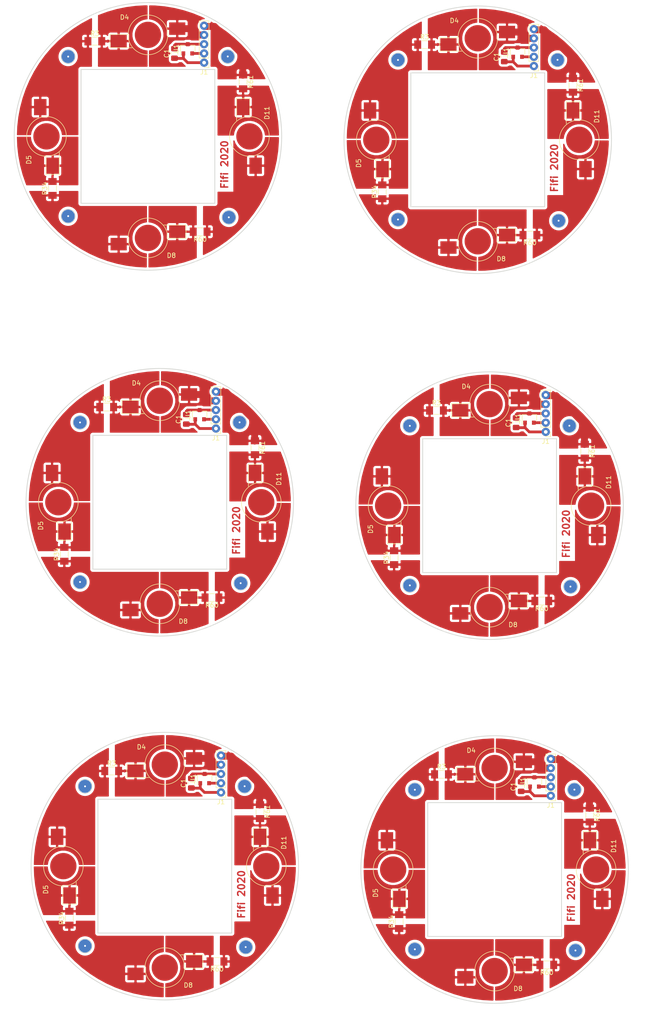
<source format=kicad_pcb>
(kicad_pcb (version 20171130) (host pcbnew "(5.1.8)-1")
  (layers (0 F.Cu signal) (31 B.Cu signal) (34 B.Paste user) (35 F.Paste user) (36 B.SilkS user) (37 F.SilkS user) (38 B.Mask user) (39 F.Mask user) (44 Edge.Cuts user))
  (net 0 "")
  (net 1 "Net-(C1-Pad1)")
  (net 2 "Net-(D4-Pad1)")
  (net 3 "Net-(D4-Pad2)")
  (net 4 "Net-(D5-Pad1)")
  (net 5 "Net-(D5-Pad2)")
  (net 6 "Net-(D8-Pad1)")
  (net 7 "Net-(D8-Pad2)")
  (net 8 "Net-(D11-Pad1)")
  (net 9 "Net-(D11-Pad2)")
  (net 10 "Net-(J1-Pad5)")
  (net 11 "Net-(J1-Pad2)")
  (net 12 "Net-(C1-Pad2)")
  (module LED_SMD:LED_1W_3W_R8 (layer F.Cu) (at 147.16 208.8825 270)
    (fp_text reference D11 (at -5.08 -3.81 90) (layer F.SilkS))
    (fp_text value LED)
    (pad 3 smd circle (at 0 0 270) (size 5.7 5.7) (layers F.Cu F.Paste F.Mask))
    (pad 1 smd rect (at -6.35 1.35 270) (size 3.5 2.7) (layers F.Cu F.Paste F.Mask))
    (pad 2 smd rect (at 6.35 -1.35 270) (size 3.5 2.7) (layers F.Cu F.Paste F.Mask))
  )
  (module Resistor_SMD:R_MiniMELF_MMA-0204 (layer F.Cu) (at 145.7925 197.0725 270)
    (fp_text reference R61 (at 0 -1.65 90) (layer F.SilkS))
    (fp_text value R)
    (pad 2 smd rect (at 1.5 0 270) (size 1.5 1.8) (layers F.Cu F.Paste F.Mask))
    (pad 1 smd rect (at -1.5 0 270) (size 1.5 1.8) (layers F.Cu F.Paste F.Mask))
  )
  (module Zasilacz_brama:PinHeader_1x05_P2.00mm_Vertical (layer F.Cu) (at 137.335 192.905 180)
    (fp_text reference J1 (at 0 -2.06) (layer F.SilkS))
    (fp_text value POWER_LED)
    (pad 5 thru_hole circle (at 0 8 180) (size 1.8 1.8) (drill 0.8) (layers *.Cu *.Mask))
    (pad 4 thru_hole circle (at 0 6 180) (size 1.8 1.8) (drill 0.8) (layers *.Cu *.Mask))
    (pad 3 thru_hole circle (at 0 4 180) (size 1.8 1.8) (drill 0.8) (layers *.Cu *.Mask))
    (pad 2 thru_hole circle (at 0 2 180) (size 1.8 1.8) (drill 0.8) (layers *.Cu *.Mask))
    (pad 1 thru_hole circle (at 0 0 180) (size 1.8 1.8) (drill 0.8) (layers *.Cu *.Mask))
  )
  (module Resistor_SMD:R_MiniMELF_MMA-0204 (layer F.Cu) (at 113.645 188.2575)
    (fp_text reference R3 (at 0 -1.65) (layer F.SilkS))
    (fp_text value R)
    (pad 2 smd rect (at 1.5 0) (size 1.5 1.8) (layers F.Cu F.Paste F.Mask))
    (pad 1 smd rect (at -1.5 0) (size 1.5 1.8) (layers F.Cu F.Paste F.Mask))
  )
  (module Resistor_SMD:R_MiniMELF_MMA-0204 (layer F.Cu) (at 104.4625 220.16 90)
    (fp_text reference R34 (at 0 -1.65 90) (layer F.SilkS))
    (fp_text value R)
    (pad 2 smd rect (at 1.5 0 90) (size 1.5 1.8) (layers F.Cu F.Paste F.Mask))
    (pad 1 smd rect (at -1.5 0 90) (size 1.5 1.8) (layers F.Cu F.Paste F.Mask))
  )
  (module LED_SMD:LED_1W_3W_R8 (layer F.Cu) (at 103.16 208.8825 90)
    (fp_text reference D5 (at -5.08 -3.81 90) (layer F.SilkS))
    (fp_text value LED)
    (pad 3 smd circle (at 0 0 90) (size 5.7 5.7) (layers F.Cu F.Paste F.Mask))
    (pad 1 smd rect (at -6.35 1.35 90) (size 3.5 2.7) (layers F.Cu F.Paste F.Mask))
    (pad 2 smd rect (at 6.35 -1.35 90) (size 3.5 2.7) (layers F.Cu F.Paste F.Mask))
  )
  (module Package_TO_SOT_SMD:SOT-23 (layer F.Cu) (at 133.795 189.9025 90)
    (fp_text reference U1 (at 0 -2.5 90) (layer F.SilkS))
    (fp_text value LM35-LP)
    (pad 3 smd rect (at 1 0 90) (size 0.9 0.8) (layers F.Cu F.Paste F.Mask))
    (pad 2 smd rect (at -1 0.95 90) (size 0.9 0.8) (layers F.Cu F.Paste F.Mask))
    (pad 1 smd rect (at -1 -0.95 90) (size 0.9 0.8) (layers F.Cu F.Paste F.Mask))
  )
  (module Resistor_SMD:R_MiniMELF_MMA-0204 (layer F.Cu) (at 136.4725 229.545 180)
    (fp_text reference R60 (at 0 -1.65) (layer F.SilkS))
    (fp_text value R)
    (pad 2 smd rect (at 1.5 0 180) (size 1.5 1.8) (layers F.Cu F.Paste F.Mask))
    (pad 1 smd rect (at -1.5 0 180) (size 1.5 1.8) (layers F.Cu F.Paste F.Mask))
  )
  (module LED_SMD:LED_1W_3W_R8 (layer F.Cu) (at 125.16 230.8825 180)
    (fp_text reference D8 (at -5.08 -3.81) (layer F.SilkS))
    (fp_text value LED)
    (pad 3 smd circle (at 0 0 180) (size 5.7 5.7) (layers F.Cu F.Paste F.Mask))
    (pad 1 smd rect (at -6.35 1.35 180) (size 3.5 2.7) (layers F.Cu F.Paste F.Mask))
    (pad 2 smd rect (at 6.35 -1.35 180) (size 3.5 2.7) (layers F.Cu F.Paste F.Mask))
  )
  (module LED_SMD:LED_1W_3W_R8 (layer F.Cu) (at 125.16 186.8825)
    (fp_text reference D4 (at -5.08 -3.81) (layer F.SilkS))
    (fp_text value LED)
    (pad 3 smd circle (at 0 0) (size 5.7 5.7) (layers F.Cu F.Paste F.Mask))
    (pad 1 smd rect (at -6.35 1.35) (size 3.5 2.7) (layers F.Cu F.Paste F.Mask))
    (pad 2 smd rect (at 6.35 -1.35) (size 3.5 2.7) (layers F.Cu F.Paste F.Mask))
  )
  (module Capacitor_SMD:C_0805_2012Metric_Pad1.18x1.45mm_HandSolder (layer F.Cu) (at 130.91 190.905 90)
    (fp_text reference C1 (at 0 -1.68 90) (layer F.SilkS))
    (fp_text value 100n)
    (pad 2 smd roundrect (at 1.0375 0 90) (size 1.175 1.45) (layers F.Cu F.Paste F.Mask) (roundrect_rratio 0.212766))
    (pad 1 smd roundrect (at -1.0375 0 90) (size 1.175 1.45) (layers F.Cu F.Paste F.Mask) (roundrect_rratio 0.212766))
  )
  (module Zasilacz_brama:PinHeader_1x05_P2.00mm_Vertical (layer F.Cu) (at 65.8325 192.17 180)
    (fp_text reference J1 (at 0 -2.06) (layer F.SilkS))
    (fp_text value POWER_LED)
    (pad 1 thru_hole circle (at 0 0 180) (size 1.8 1.8) (drill 0.8) (layers *.Cu *.Mask))
    (pad 2 thru_hole circle (at 0 2 180) (size 1.8 1.8) (drill 0.8) (layers *.Cu *.Mask))
    (pad 3 thru_hole circle (at 0 4 180) (size 1.8 1.8) (drill 0.8) (layers *.Cu *.Mask))
    (pad 4 thru_hole circle (at 0 6 180) (size 1.8 1.8) (drill 0.8) (layers *.Cu *.Mask))
    (pad 5 thru_hole circle (at 0 8 180) (size 1.8 1.8) (drill 0.8) (layers *.Cu *.Mask))
  )
  (module Package_TO_SOT_SMD:SOT-23 (layer F.Cu) (at 62.2925 189.1675 90)
    (fp_text reference U1 (at 0 -2.5 90) (layer F.SilkS))
    (fp_text value LM35-LP)
    (pad 1 smd rect (at -1 -0.95 90) (size 0.9 0.8) (layers F.Cu F.Paste F.Mask))
    (pad 2 smd rect (at -1 0.95 90) (size 0.9 0.8) (layers F.Cu F.Paste F.Mask))
    (pad 3 smd rect (at 1 0 90) (size 0.9 0.8) (layers F.Cu F.Paste F.Mask))
  )
  (module Resistor_SMD:R_MiniMELF_MMA-0204 (layer F.Cu) (at 74.29 196.3375 270)
    (fp_text reference R61 (at 0 -1.65 90) (layer F.SilkS))
    (fp_text value R)
    (pad 1 smd rect (at -1.5 0 270) (size 1.5 1.8) (layers F.Cu F.Paste F.Mask))
    (pad 2 smd rect (at 1.5 0 270) (size 1.5 1.8) (layers F.Cu F.Paste F.Mask))
  )
  (module Resistor_SMD:R_MiniMELF_MMA-0204 (layer F.Cu) (at 42.1425 187.5225)
    (fp_text reference R3 (at 0 -1.65) (layer F.SilkS))
    (fp_text value R)
    (pad 1 smd rect (at -1.5 0) (size 1.5 1.8) (layers F.Cu F.Paste F.Mask))
    (pad 2 smd rect (at 1.5 0) (size 1.5 1.8) (layers F.Cu F.Paste F.Mask))
  )
  (module Resistor_SMD:R_MiniMELF_MMA-0204 (layer F.Cu) (at 64.97 228.81 180)
    (fp_text reference R60 (at 0 -1.65) (layer F.SilkS))
    (fp_text value R)
    (pad 1 smd rect (at -1.5 0 180) (size 1.5 1.8) (layers F.Cu F.Paste F.Mask))
    (pad 2 smd rect (at 1.5 0 180) (size 1.5 1.8) (layers F.Cu F.Paste F.Mask))
  )
  (module LED_SMD:LED_1W_3W_R8 (layer F.Cu) (at 75.6575 208.1475 270)
    (fp_text reference D11 (at -5.08 -3.81 90) (layer F.SilkS))
    (fp_text value LED)
    (pad 2 smd rect (at 6.35 -1.35 270) (size 3.5 2.7) (layers F.Cu F.Paste F.Mask))
    (pad 1 smd rect (at -6.35 1.35 270) (size 3.5 2.7) (layers F.Cu F.Paste F.Mask))
    (pad 3 smd circle (at 0 0 270) (size 5.7 5.7) (layers F.Cu F.Paste F.Mask))
  )
  (module Resistor_SMD:R_MiniMELF_MMA-0204 (layer F.Cu) (at 32.96 219.425 90)
    (fp_text reference R34 (at 0 -1.65 90) (layer F.SilkS))
    (fp_text value R)
    (pad 1 smd rect (at -1.5 0 90) (size 1.5 1.8) (layers F.Cu F.Paste F.Mask))
    (pad 2 smd rect (at 1.5 0 90) (size 1.5 1.8) (layers F.Cu F.Paste F.Mask))
  )
  (module Capacitor_SMD:C_0805_2012Metric_Pad1.18x1.45mm_HandSolder (layer F.Cu) (at 59.4075 190.17 90)
    (fp_text reference C1 (at 0 -1.68 90) (layer F.SilkS))
    (fp_text value 100n)
    (pad 1 smd roundrect (at -1.0375 0 90) (size 1.175 1.45) (layers F.Cu F.Paste F.Mask) (roundrect_rratio 0.212766))
    (pad 2 smd roundrect (at 1.0375 0 90) (size 1.175 1.45) (layers F.Cu F.Paste F.Mask) (roundrect_rratio 0.212766))
  )
  (module LED_SMD:LED_1W_3W_R8 (layer F.Cu) (at 31.6575 208.1475 90)
    (fp_text reference D5 (at -5.08 -3.81 90) (layer F.SilkS))
    (fp_text value LED)
    (pad 2 smd rect (at 6.35 -1.35 90) (size 3.5 2.7) (layers F.Cu F.Paste F.Mask))
    (pad 1 smd rect (at -6.35 1.35 90) (size 3.5 2.7) (layers F.Cu F.Paste F.Mask))
    (pad 3 smd circle (at 0 0 90) (size 5.7 5.7) (layers F.Cu F.Paste F.Mask))
  )
  (module LED_SMD:LED_1W_3W_R8 (layer F.Cu) (at 53.6575 186.1475)
    (fp_text reference D4 (at -5.08 -3.81) (layer F.SilkS))
    (fp_text value LED)
    (pad 2 smd rect (at 6.35 -1.35) (size 3.5 2.7) (layers F.Cu F.Paste F.Mask))
    (pad 1 smd rect (at -6.35 1.35) (size 3.5 2.7) (layers F.Cu F.Paste F.Mask))
    (pad 3 smd circle (at 0 0) (size 5.7 5.7) (layers F.Cu F.Paste F.Mask))
  )
  (module LED_SMD:LED_1W_3W_R8 (layer F.Cu) (at 53.6575 230.1475 180)
    (fp_text reference D8 (at -5.08 -3.81) (layer F.SilkS))
    (fp_text value LED)
    (pad 2 smd rect (at 6.35 -1.35 180) (size 3.5 2.7) (layers F.Cu F.Paste F.Mask))
    (pad 1 smd rect (at -6.35 1.35 180) (size 3.5 2.7) (layers F.Cu F.Paste F.Mask))
    (pad 3 smd circle (at 0 0 180) (size 5.7 5.7) (layers F.Cu F.Paste F.Mask))
  )
  (module LED_SMD:LED_1W_3W_R8 (layer F.Cu) (at 146.07 130.0225 270)
    (fp_text reference D11 (at -5.08 -3.81 90) (layer F.SilkS))
    (fp_text value LED)
    (pad 3 smd circle (at 0 0 270) (size 5.7 5.7) (layers F.Cu F.Paste F.Mask))
    (pad 1 smd rect (at -6.35 1.35 270) (size 3.5 2.7) (layers F.Cu F.Paste F.Mask))
    (pad 2 smd rect (at 6.35 -1.35 270) (size 3.5 2.7) (layers F.Cu F.Paste F.Mask))
  )
  (module Resistor_SMD:R_MiniMELF_MMA-0204 (layer F.Cu) (at 144.7025 118.2125 270)
    (fp_text reference R61 (at 0 -1.65 90) (layer F.SilkS))
    (fp_text value R)
    (pad 2 smd rect (at 1.5 0 270) (size 1.5 1.8) (layers F.Cu F.Paste F.Mask))
    (pad 1 smd rect (at -1.5 0 270) (size 1.5 1.8) (layers F.Cu F.Paste F.Mask))
  )
  (module Zasilacz_brama:PinHeader_1x05_P2.00mm_Vertical (layer F.Cu) (at 136.245 114.045 180)
    (fp_text reference J1 (at 0 -2.06) (layer F.SilkS))
    (fp_text value POWER_LED)
    (pad 5 thru_hole circle (at 0 8 180) (size 1.8 1.8) (drill 0.8) (layers *.Cu *.Mask))
    (pad 4 thru_hole circle (at 0 6 180) (size 1.8 1.8) (drill 0.8) (layers *.Cu *.Mask))
    (pad 3 thru_hole circle (at 0 4 180) (size 1.8 1.8) (drill 0.8) (layers *.Cu *.Mask))
    (pad 2 thru_hole circle (at 0 2 180) (size 1.8 1.8) (drill 0.8) (layers *.Cu *.Mask))
    (pad 1 thru_hole circle (at 0 0 180) (size 1.8 1.8) (drill 0.8) (layers *.Cu *.Mask))
  )
  (module Resistor_SMD:R_MiniMELF_MMA-0204 (layer F.Cu) (at 112.555 109.3975)
    (fp_text reference R3 (at 0 -1.65) (layer F.SilkS))
    (fp_text value R)
    (pad 2 smd rect (at 1.5 0) (size 1.5 1.8) (layers F.Cu F.Paste F.Mask))
    (pad 1 smd rect (at -1.5 0) (size 1.5 1.8) (layers F.Cu F.Paste F.Mask))
  )
  (module Resistor_SMD:R_MiniMELF_MMA-0204 (layer F.Cu) (at 103.3725 141.3 90)
    (fp_text reference R34 (at 0 -1.65 90) (layer F.SilkS))
    (fp_text value R)
    (pad 2 smd rect (at 1.5 0 90) (size 1.5 1.8) (layers F.Cu F.Paste F.Mask))
    (pad 1 smd rect (at -1.5 0 90) (size 1.5 1.8) (layers F.Cu F.Paste F.Mask))
  )
  (module LED_SMD:LED_1W_3W_R8 (layer F.Cu) (at 102.07 130.0225 90)
    (fp_text reference D5 (at -5.08 -3.81 90) (layer F.SilkS))
    (fp_text value LED)
    (pad 3 smd circle (at 0 0 90) (size 5.7 5.7) (layers F.Cu F.Paste F.Mask))
    (pad 1 smd rect (at -6.35 1.35 90) (size 3.5 2.7) (layers F.Cu F.Paste F.Mask))
    (pad 2 smd rect (at 6.35 -1.35 90) (size 3.5 2.7) (layers F.Cu F.Paste F.Mask))
  )
  (module Package_TO_SOT_SMD:SOT-23 (layer F.Cu) (at 132.705 111.0425 90)
    (fp_text reference U1 (at 0 -2.5 90) (layer F.SilkS))
    (fp_text value LM35-LP)
    (pad 3 smd rect (at 1 0 90) (size 0.9 0.8) (layers F.Cu F.Paste F.Mask))
    (pad 2 smd rect (at -1 0.95 90) (size 0.9 0.8) (layers F.Cu F.Paste F.Mask))
    (pad 1 smd rect (at -1 -0.95 90) (size 0.9 0.8) (layers F.Cu F.Paste F.Mask))
  )
  (module Resistor_SMD:R_MiniMELF_MMA-0204 (layer F.Cu) (at 135.3825 150.685 180)
    (fp_text reference R60 (at 0 -1.65) (layer F.SilkS))
    (fp_text value R)
    (pad 2 smd rect (at 1.5 0 180) (size 1.5 1.8) (layers F.Cu F.Paste F.Mask))
    (pad 1 smd rect (at -1.5 0 180) (size 1.5 1.8) (layers F.Cu F.Paste F.Mask))
  )
  (module LED_SMD:LED_1W_3W_R8 (layer F.Cu) (at 124.07 152.0225 180)
    (fp_text reference D8 (at -5.08 -3.81) (layer F.SilkS))
    (fp_text value LED)
    (pad 3 smd circle (at 0 0 180) (size 5.7 5.7) (layers F.Cu F.Paste F.Mask))
    (pad 1 smd rect (at -6.35 1.35 180) (size 3.5 2.7) (layers F.Cu F.Paste F.Mask))
    (pad 2 smd rect (at 6.35 -1.35 180) (size 3.5 2.7) (layers F.Cu F.Paste F.Mask))
  )
  (module LED_SMD:LED_1W_3W_R8 (layer F.Cu) (at 124.07 108.0225)
    (fp_text reference D4 (at -5.08 -3.81) (layer F.SilkS))
    (fp_text value LED)
    (pad 3 smd circle (at 0 0) (size 5.7 5.7) (layers F.Cu F.Paste F.Mask))
    (pad 1 smd rect (at -6.35 1.35) (size 3.5 2.7) (layers F.Cu F.Paste F.Mask))
    (pad 2 smd rect (at 6.35 -1.35) (size 3.5 2.7) (layers F.Cu F.Paste F.Mask))
  )
  (module Capacitor_SMD:C_0805_2012Metric_Pad1.18x1.45mm_HandSolder (layer F.Cu) (at 129.82 112.045 90)
    (fp_text reference C1 (at 0 -1.68 90) (layer F.SilkS))
    (fp_text value 100n)
    (pad 2 smd roundrect (at 1.0375 0 90) (size 1.175 1.45) (layers F.Cu F.Paste F.Mask) (roundrect_rratio 0.212766))
    (pad 1 smd roundrect (at -1.0375 0 90) (size 1.175 1.45) (layers F.Cu F.Paste F.Mask) (roundrect_rratio 0.212766))
  )
  (module Zasilacz_brama:PinHeader_1x05_P2.00mm_Vertical (layer F.Cu) (at 64.7425 113.31 180)
    (fp_text reference J1 (at 0 -2.06) (layer F.SilkS))
    (fp_text value POWER_LED)
    (pad 1 thru_hole circle (at 0 0 180) (size 1.8 1.8) (drill 0.8) (layers *.Cu *.Mask))
    (pad 2 thru_hole circle (at 0 2 180) (size 1.8 1.8) (drill 0.8) (layers *.Cu *.Mask))
    (pad 3 thru_hole circle (at 0 4 180) (size 1.8 1.8) (drill 0.8) (layers *.Cu *.Mask))
    (pad 4 thru_hole circle (at 0 6 180) (size 1.8 1.8) (drill 0.8) (layers *.Cu *.Mask))
    (pad 5 thru_hole circle (at 0 8 180) (size 1.8 1.8) (drill 0.8) (layers *.Cu *.Mask))
  )
  (module Package_TO_SOT_SMD:SOT-23 (layer F.Cu) (at 61.2025 110.3075 90)
    (fp_text reference U1 (at 0 -2.5 90) (layer F.SilkS))
    (fp_text value LM35-LP)
    (pad 1 smd rect (at -1 -0.95 90) (size 0.9 0.8) (layers F.Cu F.Paste F.Mask))
    (pad 2 smd rect (at -1 0.95 90) (size 0.9 0.8) (layers F.Cu F.Paste F.Mask))
    (pad 3 smd rect (at 1 0 90) (size 0.9 0.8) (layers F.Cu F.Paste F.Mask))
  )
  (module Resistor_SMD:R_MiniMELF_MMA-0204 (layer F.Cu) (at 73.2 117.4775 270)
    (fp_text reference R61 (at 0 -1.65 90) (layer F.SilkS))
    (fp_text value R)
    (pad 1 smd rect (at -1.5 0 270) (size 1.5 1.8) (layers F.Cu F.Paste F.Mask))
    (pad 2 smd rect (at 1.5 0 270) (size 1.5 1.8) (layers F.Cu F.Paste F.Mask))
  )
  (module Resistor_SMD:R_MiniMELF_MMA-0204 (layer F.Cu) (at 41.0525 108.6625)
    (fp_text reference R3 (at 0 -1.65) (layer F.SilkS))
    (fp_text value R)
    (pad 1 smd rect (at -1.5 0) (size 1.5 1.8) (layers F.Cu F.Paste F.Mask))
    (pad 2 smd rect (at 1.5 0) (size 1.5 1.8) (layers F.Cu F.Paste F.Mask))
  )
  (module Resistor_SMD:R_MiniMELF_MMA-0204 (layer F.Cu) (at 63.88 149.95 180)
    (fp_text reference R60 (at 0 -1.65) (layer F.SilkS))
    (fp_text value R)
    (pad 1 smd rect (at -1.5 0 180) (size 1.5 1.8) (layers F.Cu F.Paste F.Mask))
    (pad 2 smd rect (at 1.5 0 180) (size 1.5 1.8) (layers F.Cu F.Paste F.Mask))
  )
  (module LED_SMD:LED_1W_3W_R8 (layer F.Cu) (at 74.5675 129.2875 270)
    (fp_text reference D11 (at -5.08 -3.81 90) (layer F.SilkS))
    (fp_text value LED)
    (pad 2 smd rect (at 6.35 -1.35 270) (size 3.5 2.7) (layers F.Cu F.Paste F.Mask))
    (pad 1 smd rect (at -6.35 1.35 270) (size 3.5 2.7) (layers F.Cu F.Paste F.Mask))
    (pad 3 smd circle (at 0 0 270) (size 5.7 5.7) (layers F.Cu F.Paste F.Mask))
  )
  (module Resistor_SMD:R_MiniMELF_MMA-0204 (layer F.Cu) (at 31.87 140.565 90)
    (fp_text reference R34 (at 0 -1.65 90) (layer F.SilkS))
    (fp_text value R)
    (pad 1 smd rect (at -1.5 0 90) (size 1.5 1.8) (layers F.Cu F.Paste F.Mask))
    (pad 2 smd rect (at 1.5 0 90) (size 1.5 1.8) (layers F.Cu F.Paste F.Mask))
  )
  (module Capacitor_SMD:C_0805_2012Metric_Pad1.18x1.45mm_HandSolder (layer F.Cu) (at 58.3175 111.31 90)
    (fp_text reference C1 (at 0 -1.68 90) (layer F.SilkS))
    (fp_text value 100n)
    (pad 1 smd roundrect (at -1.0375 0 90) (size 1.175 1.45) (layers F.Cu F.Paste F.Mask) (roundrect_rratio 0.212766))
    (pad 2 smd roundrect (at 1.0375 0 90) (size 1.175 1.45) (layers F.Cu F.Paste F.Mask) (roundrect_rratio 0.212766))
  )
  (module LED_SMD:LED_1W_3W_R8 (layer F.Cu) (at 30.5675 129.2875 90)
    (fp_text reference D5 (at -5.08 -3.81 90) (layer F.SilkS))
    (fp_text value LED)
    (pad 2 smd rect (at 6.35 -1.35 90) (size 3.5 2.7) (layers F.Cu F.Paste F.Mask))
    (pad 1 smd rect (at -6.35 1.35 90) (size 3.5 2.7) (layers F.Cu F.Paste F.Mask))
    (pad 3 smd circle (at 0 0 90) (size 5.7 5.7) (layers F.Cu F.Paste F.Mask))
  )
  (module LED_SMD:LED_1W_3W_R8 (layer F.Cu) (at 52.5675 107.2875)
    (fp_text reference D4 (at -5.08 -3.81) (layer F.SilkS))
    (fp_text value LED)
    (pad 2 smd rect (at 6.35 -1.35) (size 3.5 2.7) (layers F.Cu F.Paste F.Mask))
    (pad 1 smd rect (at -6.35 1.35) (size 3.5 2.7) (layers F.Cu F.Paste F.Mask))
    (pad 3 smd circle (at 0 0) (size 5.7 5.7) (layers F.Cu F.Paste F.Mask))
  )
  (module LED_SMD:LED_1W_3W_R8 (layer F.Cu) (at 52.5675 151.2875 180)
    (fp_text reference D8 (at -5.08 -3.81) (layer F.SilkS))
    (fp_text value LED)
    (pad 2 smd rect (at 6.35 -1.35 180) (size 3.5 2.7) (layers F.Cu F.Paste F.Mask))
    (pad 1 smd rect (at -6.35 1.35 180) (size 3.5 2.7) (layers F.Cu F.Paste F.Mask))
    (pad 3 smd circle (at 0 0 180) (size 5.7 5.7) (layers F.Cu F.Paste F.Mask))
  )
  (module Zasilacz_brama:PinHeader_1x05_P2.00mm_Vertical (layer F.Cu) (at 133.6775 34.7575 180)
    (fp_text reference J1 (at 0 -2.06) (layer F.SilkS))
    (fp_text value POWER_LED)
    (pad 1 thru_hole circle (at 0 0 180) (size 1.8 1.8) (drill 0.8) (layers *.Cu *.Mask))
    (pad 2 thru_hole circle (at 0 2 180) (size 1.8 1.8) (drill 0.8) (layers *.Cu *.Mask))
    (pad 3 thru_hole circle (at 0 4 180) (size 1.8 1.8) (drill 0.8) (layers *.Cu *.Mask))
    (pad 4 thru_hole circle (at 0 6 180) (size 1.8 1.8) (drill 0.8) (layers *.Cu *.Mask))
    (pad 5 thru_hole circle (at 0 8 180) (size 1.8 1.8) (drill 0.8) (layers *.Cu *.Mask))
  )
  (module Package_TO_SOT_SMD:SOT-23 (layer F.Cu) (at 130.1375 31.755 90)
    (fp_text reference U1 (at 0 -2.5 90) (layer F.SilkS))
    (fp_text value LM35-LP)
    (pad 1 smd rect (at -1 -0.95 90) (size 0.9 0.8) (layers F.Cu F.Paste F.Mask))
    (pad 2 smd rect (at -1 0.95 90) (size 0.9 0.8) (layers F.Cu F.Paste F.Mask))
    (pad 3 smd rect (at 1 0 90) (size 0.9 0.8) (layers F.Cu F.Paste F.Mask))
  )
  (module Resistor_SMD:R_MiniMELF_MMA-0204 (layer F.Cu) (at 142.135 38.925 270)
    (fp_text reference R61 (at 0 -1.65 90) (layer F.SilkS))
    (fp_text value R)
    (pad 1 smd rect (at -1.5 0 270) (size 1.5 1.8) (layers F.Cu F.Paste F.Mask))
    (pad 2 smd rect (at 1.5 0 270) (size 1.5 1.8) (layers F.Cu F.Paste F.Mask))
  )
  (module Resistor_SMD:R_MiniMELF_MMA-0204 (layer F.Cu) (at 109.9875 30.11)
    (fp_text reference R3 (at 0 -1.65) (layer F.SilkS))
    (fp_text value R)
    (pad 1 smd rect (at -1.5 0) (size 1.5 1.8) (layers F.Cu F.Paste F.Mask))
    (pad 2 smd rect (at 1.5 0) (size 1.5 1.8) (layers F.Cu F.Paste F.Mask))
  )
  (module Resistor_SMD:R_MiniMELF_MMA-0204 (layer F.Cu) (at 132.815 71.3975 180)
    (fp_text reference R60 (at 0 -1.65) (layer F.SilkS))
    (fp_text value R)
    (pad 1 smd rect (at -1.5 0 180) (size 1.5 1.8) (layers F.Cu F.Paste F.Mask))
    (pad 2 smd rect (at 1.5 0 180) (size 1.5 1.8) (layers F.Cu F.Paste F.Mask))
  )
  (module LED_SMD:LED_1W_3W_R8 (layer F.Cu) (at 143.5025 50.735 270)
    (fp_text reference D11 (at -5.08 -3.81 90) (layer F.SilkS))
    (fp_text value LED)
    (pad 2 smd rect (at 6.35 -1.35 270) (size 3.5 2.7) (layers F.Cu F.Paste F.Mask))
    (pad 1 smd rect (at -6.35 1.35 270) (size 3.5 2.7) (layers F.Cu F.Paste F.Mask))
    (pad 3 smd circle (at 0 0 270) (size 5.7 5.7) (layers F.Cu F.Paste F.Mask))
  )
  (module Resistor_SMD:R_MiniMELF_MMA-0204 (layer F.Cu) (at 100.805 62.0125 90)
    (fp_text reference R34 (at 0 -1.65 90) (layer F.SilkS))
    (fp_text value R)
    (pad 1 smd rect (at -1.5 0 90) (size 1.5 1.8) (layers F.Cu F.Paste F.Mask))
    (pad 2 smd rect (at 1.5 0 90) (size 1.5 1.8) (layers F.Cu F.Paste F.Mask))
  )
  (module Capacitor_SMD:C_0805_2012Metric_Pad1.18x1.45mm_HandSolder (layer F.Cu) (at 127.2525 32.7575 90)
    (fp_text reference C1 (at 0 -1.68 90) (layer F.SilkS))
    (fp_text value 100n)
    (pad 1 smd roundrect (at -1.0375 0 90) (size 1.175 1.45) (layers F.Cu F.Paste F.Mask) (roundrect_rratio 0.212766))
    (pad 2 smd roundrect (at 1.0375 0 90) (size 1.175 1.45) (layers F.Cu F.Paste F.Mask) (roundrect_rratio 0.212766))
  )
  (module LED_SMD:LED_1W_3W_R8 (layer F.Cu) (at 99.5025 50.735 90)
    (fp_text reference D5 (at -5.08 -3.81 90) (layer F.SilkS))
    (fp_text value LED)
    (pad 2 smd rect (at 6.35 -1.35 90) (size 3.5 2.7) (layers F.Cu F.Paste F.Mask))
    (pad 1 smd rect (at -6.35 1.35 90) (size 3.5 2.7) (layers F.Cu F.Paste F.Mask))
    (pad 3 smd circle (at 0 0 90) (size 5.7 5.7) (layers F.Cu F.Paste F.Mask))
  )
  (module LED_SMD:LED_1W_3W_R8 (layer F.Cu) (at 121.5025 28.735)
    (fp_text reference D4 (at -5.08 -3.81) (layer F.SilkS))
    (fp_text value LED)
    (pad 2 smd rect (at 6.35 -1.35) (size 3.5 2.7) (layers F.Cu F.Paste F.Mask))
    (pad 1 smd rect (at -6.35 1.35) (size 3.5 2.7) (layers F.Cu F.Paste F.Mask))
    (pad 3 smd circle (at 0 0) (size 5.7 5.7) (layers F.Cu F.Paste F.Mask))
  )
  (module LED_SMD:LED_1W_3W_R8 (layer F.Cu) (at 121.5025 72.735 180)
    (fp_text reference D8 (at -5.08 -3.81) (layer F.SilkS))
    (fp_text value LED)
    (pad 2 smd rect (at 6.35 -1.35 180) (size 3.5 2.7) (layers F.Cu F.Paste F.Mask))
    (pad 1 smd rect (at -6.35 1.35 180) (size 3.5 2.7) (layers F.Cu F.Paste F.Mask))
    (pad 3 smd circle (at 0 0 180) (size 5.7 5.7) (layers F.Cu F.Paste F.Mask))
  )
  (module Zasilacz_brama:PinHeader_1x05_P2.00mm_Vertical (layer F.Cu) (at 62.175 34.0225 180)
    (fp_text reference J1 (at 0 -2.06) (layer F.SilkS))
    (fp_text value POWER_LED)
    (pad 5 thru_hole circle (at 0 8 180) (size 1.8 1.8) (drill 0.8) (layers *.Cu *.Mask) (net 10 "Net-(J1-Pad5)"))
    (pad 4 thru_hole circle (at 0 6 180) (size 1.8 1.8) (drill 0.8) (layers *.Cu *.Mask) (net 3 "Net-(D4-Pad2)"))
    (pad 3 thru_hole circle (at 0 4 180) (size 1.8 1.8) (drill 0.8) (layers *.Cu *.Mask) (net 12 "Net-(C1-Pad2)"))
    (pad 2 thru_hole circle (at 0 2 180) (size 1.8 1.8) (drill 0.8) (layers *.Cu *.Mask) (net 11 "Net-(J1-Pad2)"))
    (pad 1 thru_hole circle (at 0 0 180) (size 1.8 1.8) (drill 0.8) (layers *.Cu *.Mask) (net 1 "Net-(C1-Pad1)"))
  )
  (module Package_TO_SOT_SMD:SOT-23 (layer F.Cu) (at 58.635 31.02 90)
    (fp_text reference U1 (at 0 -2.5 90) (layer F.SilkS))
    (fp_text value LM35-LP)
    (pad 3 smd rect (at 1 0 90) (size 0.9 0.8) (layers F.Cu F.Paste F.Mask) (net 12 "Net-(C1-Pad2)"))
    (pad 2 smd rect (at -1 0.95 90) (size 0.9 0.8) (layers F.Cu F.Paste F.Mask) (net 11 "Net-(J1-Pad2)"))
    (pad 1 smd rect (at -1 -0.95 90) (size 0.9 0.8) (layers F.Cu F.Paste F.Mask) (net 1 "Net-(C1-Pad1)"))
  )
  (module Resistor_SMD:R_MiniMELF_MMA-0204 (layer F.Cu) (at 70.6325 38.19 270)
    (fp_text reference R61 (at 0 -1.65 90) (layer F.SilkS))
    (fp_text value R)
    (pad 2 smd rect (at 1.5 0 270) (size 1.5 1.8) (layers F.Cu F.Paste F.Mask) (net 8 "Net-(D11-Pad1)"))
    (pad 1 smd rect (at -1.5 0 270) (size 1.5 1.8) (layers F.Cu F.Paste F.Mask) (net 10 "Net-(J1-Pad5)"))
  )
  (module Resistor_SMD:R_MiniMELF_MMA-0204 (layer F.Cu) (at 61.3125 70.6625 180)
    (fp_text reference R60 (at 0 -1.65) (layer F.SilkS))
    (fp_text value R)
    (pad 2 smd rect (at 1.5 0 180) (size 1.5 1.8) (layers F.Cu F.Paste F.Mask) (net 6 "Net-(D8-Pad1)"))
    (pad 1 smd rect (at -1.5 0 180) (size 1.5 1.8) (layers F.Cu F.Paste F.Mask) (net 9 "Net-(D11-Pad2)"))
  )
  (module Resistor_SMD:R_MiniMELF_MMA-0204 (layer F.Cu) (at 29.3025 61.2775 90)
    (fp_text reference R34 (at 0 -1.65 90) (layer F.SilkS))
    (fp_text value R)
    (pad 2 smd rect (at 1.5 0 90) (size 1.5 1.8) (layers F.Cu F.Paste F.Mask) (net 4 "Net-(D5-Pad1)"))
    (pad 1 smd rect (at -1.5 0 90) (size 1.5 1.8) (layers F.Cu F.Paste F.Mask) (net 7 "Net-(D8-Pad2)"))
  )
  (module Resistor_SMD:R_MiniMELF_MMA-0204 (layer F.Cu) (at 38.485 29.375)
    (fp_text reference R3 (at 0 -1.65) (layer F.SilkS))
    (fp_text value R)
    (pad 2 smd rect (at 1.5 0) (size 1.5 1.8) (layers F.Cu F.Paste F.Mask) (net 2 "Net-(D4-Pad1)"))
    (pad 1 smd rect (at -1.5 0) (size 1.5 1.8) (layers F.Cu F.Paste F.Mask) (net 5 "Net-(D5-Pad2)"))
  )
  (module LED_SMD:LED_1W_3W_R8 (layer F.Cu) (at 72 50 270)
    (fp_text reference D11 (at -5.08 -3.81 90) (layer F.SilkS))
    (fp_text value LED)
    (pad 3 smd circle (at 0 0 270) (size 5.7 5.7) (layers F.Cu F.Paste F.Mask))
    (pad 1 smd rect (at -6.35 1.35 270) (size 3.5 2.7) (layers F.Cu F.Paste F.Mask) (net 8 "Net-(D11-Pad1)"))
    (pad 2 smd rect (at 6.35 -1.35 270) (size 3.5 2.7) (layers F.Cu F.Paste F.Mask) (net 9 "Net-(D11-Pad2)"))
  )
  (module LED_SMD:LED_1W_3W_R8 (layer F.Cu) (at 50 72 180)
    (fp_text reference D8 (at -5.08 -3.81) (layer F.SilkS))
    (fp_text value LED)
    (pad 3 smd circle (at 0 0 180) (size 5.7 5.7) (layers F.Cu F.Paste F.Mask))
    (pad 1 smd rect (at -6.35 1.35 180) (size 3.5 2.7) (layers F.Cu F.Paste F.Mask) (net 6 "Net-(D8-Pad1)"))
    (pad 2 smd rect (at 6.35 -1.35 180) (size 3.5 2.7) (layers F.Cu F.Paste F.Mask) (net 7 "Net-(D8-Pad2)"))
  )
  (module LED_SMD:LED_1W_3W_R8 (layer F.Cu) (at 28 50 90)
    (fp_text reference D5 (at -5.08 -3.81 90) (layer F.SilkS))
    (fp_text value LED)
    (pad 3 smd circle (at 0 0 90) (size 5.7 5.7) (layers F.Cu F.Paste F.Mask))
    (pad 1 smd rect (at -6.35 1.35 90) (size 3.5 2.7) (layers F.Cu F.Paste F.Mask) (net 4 "Net-(D5-Pad1)"))
    (pad 2 smd rect (at 6.35 -1.35 90) (size 3.5 2.7) (layers F.Cu F.Paste F.Mask) (net 5 "Net-(D5-Pad2)"))
  )
  (module LED_SMD:LED_1W_3W_R8 (layer F.Cu) (at 50 28)
    (fp_text reference D4 (at -5.08 -3.81) (layer F.SilkS))
    (fp_text value LED)
    (pad 3 smd circle (at 0 0) (size 5.7 5.7) (layers F.Cu F.Paste F.Mask))
    (pad 1 smd rect (at -6.35 1.35) (size 3.5 2.7) (layers F.Cu F.Paste F.Mask) (net 2 "Net-(D4-Pad1)"))
    (pad 2 smd rect (at 6.35 -1.35) (size 3.5 2.7) (layers F.Cu F.Paste F.Mask) (net 3 "Net-(D4-Pad2)"))
  )
  (module Capacitor_SMD:C_0805_2012Metric_Pad1.18x1.45mm_HandSolder (layer F.Cu) (at 55.75 32.0225 90)
    (fp_text reference C1 (at 0 -1.68 90) (layer F.SilkS))
    (fp_text value 100n)
    (pad 2 smd roundrect (at 1.0375 0 90) (size 1.175 1.45) (layers F.Cu F.Paste F.Mask) (roundrect_rratio 0.212766) (net 12 "Net-(C1-Pad2)"))
    (pad 1 smd roundrect (at -1.0375 0 90) (size 1.175 1.45) (layers F.Cu F.Paste F.Mask) (roundrect_rratio 0.212766) (net 1 "Net-(C1-Pad1)"))
  )
  (gr_text "Fifi 2020\n" (at 70.27 214.26 90) (layer F.Cu) (effects (font (size 1.5 1.5) (thickness 0.3))))
  (gr_text "Fifi 2020\n" (at 141.7725 214.995 90) (layer F.Cu) (effects (font (size 1.5 1.5) (thickness 0.3))))
  (gr_line (start 39.1575 222.6475) (end 68.1575 222.6475) (layer Edge.Cuts) (width 0.15))
  (gr_circle (center 53.6575 208.1475) (end 82.6575 208.1475) (layer Edge.Cuts) (width 0.15))
  (gr_line (start 39.1575 222.6475) (end 39.1575 193.6475) (layer Edge.Cuts) (width 0.15))
  (gr_line (start 39.1575 193.6475) (end 68.1575 193.6475) (layer Edge.Cuts) (width 0.15))
  (gr_line (start 68.1575 222.6475) (end 68.1575 193.6475) (layer Edge.Cuts) (width 0.15))
  (gr_circle (center 107.86 191.5825) (end 109.36 191.5825) (layer Edge.Cuts) (width 0.15))
  (gr_line (start 110.66 223.3825) (end 139.66 223.3825) (layer Edge.Cuts) (width 0.15))
  (gr_circle (center 142.46 191.5825) (end 143.96 191.5825) (layer Edge.Cuts) (width 0.15))
  (gr_circle (center 142.71 226.4325) (end 144.21 226.4325) (layer Edge.Cuts) (width 0.15))
  (gr_circle (center 125.16 208.8825) (end 154.16 208.8825) (layer Edge.Cuts) (width 0.15))
  (gr_line (start 110.66 223.3825) (end 110.66 194.3825) (layer Edge.Cuts) (width 0.15))
  (gr_circle (center 107.86 226.1825) (end 109.36 226.1825) (layer Edge.Cuts) (width 0.15))
  (gr_line (start 139.66 223.3825) (end 139.66 194.3825) (layer Edge.Cuts) (width 0.15))
  (gr_line (start 110.66 194.3825) (end 139.66 194.3825) (layer Edge.Cuts) (width 0.15))
  (gr_circle (center 71.2075 225.6975) (end 72.7075 225.6975) (layer Edge.Cuts) (width 0.15))
  (gr_circle (center 70.9575 190.8475) (end 72.4575 190.8475) (layer Edge.Cuts) (width 0.15))
  (gr_circle (center 36.3575 225.4475) (end 37.8575 225.4475) (layer Edge.Cuts) (width 0.15))
  (gr_circle (center 36.3575 190.8475) (end 37.8575 190.8475) (layer Edge.Cuts) (width 0.15))
  (gr_text "Fifi 2020\n" (at 69.18 135.4 90) (layer F.Cu) (effects (font (size 1.5 1.5) (thickness 0.3))))
  (gr_text "Fifi 2020\n" (at 140.6825 136.135 90) (layer F.Cu) (effects (font (size 1.5 1.5) (thickness 0.3))))
  (gr_line (start 38.0675 143.7875) (end 67.0675 143.7875) (layer Edge.Cuts) (width 0.15))
  (gr_circle (center 52.5675 129.2875) (end 81.5675 129.2875) (layer Edge.Cuts) (width 0.15))
  (gr_line (start 38.0675 143.7875) (end 38.0675 114.7875) (layer Edge.Cuts) (width 0.15))
  (gr_line (start 38.0675 114.7875) (end 67.0675 114.7875) (layer Edge.Cuts) (width 0.15))
  (gr_line (start 67.0675 143.7875) (end 67.0675 114.7875) (layer Edge.Cuts) (width 0.15))
  (gr_circle (center 106.77 112.7225) (end 108.27 112.7225) (layer Edge.Cuts) (width 0.15))
  (gr_line (start 109.57 144.5225) (end 138.57 144.5225) (layer Edge.Cuts) (width 0.15))
  (gr_circle (center 141.37 112.7225) (end 142.87 112.7225) (layer Edge.Cuts) (width 0.15))
  (gr_circle (center 141.62 147.5725) (end 143.12 147.5725) (layer Edge.Cuts) (width 0.15))
  (gr_circle (center 124.07 130.0225) (end 153.07 130.0225) (layer Edge.Cuts) (width 0.15))
  (gr_line (start 109.57 144.5225) (end 109.57 115.5225) (layer Edge.Cuts) (width 0.15))
  (gr_circle (center 106.77 147.3225) (end 108.27 147.3225) (layer Edge.Cuts) (width 0.15))
  (gr_line (start 138.57 144.5225) (end 138.57 115.5225) (layer Edge.Cuts) (width 0.15))
  (gr_line (start 109.57 115.5225) (end 138.57 115.5225) (layer Edge.Cuts) (width 0.15))
  (gr_circle (center 70.1175 146.8375) (end 71.6175 146.8375) (layer Edge.Cuts) (width 0.15))
  (gr_circle (center 69.8675 111.9875) (end 71.3675 111.9875) (layer Edge.Cuts) (width 0.15))
  (gr_circle (center 35.2675 146.5875) (end 36.7675 146.5875) (layer Edge.Cuts) (width 0.15))
  (gr_circle (center 35.2675 111.9875) (end 36.7675 111.9875) (layer Edge.Cuts) (width 0.15))
  (gr_text "Fifi 2020\n" (at 138.115 56.8475 90) (layer F.Cu) (effects (font (size 1.5 1.5) (thickness 0.3))))
  (gr_line (start 107.0025 65.235) (end 136.0025 65.235) (layer Edge.Cuts) (width 0.15))
  (gr_circle (center 121.5025 50.735) (end 150.5025 50.735) (layer Edge.Cuts) (width 0.15))
  (gr_line (start 107.0025 65.235) (end 107.0025 36.235) (layer Edge.Cuts) (width 0.15))
  (gr_line (start 107.0025 36.235) (end 136.0025 36.235) (layer Edge.Cuts) (width 0.15))
  (gr_line (start 136.0025 65.235) (end 136.0025 36.235) (layer Edge.Cuts) (width 0.15))
  (gr_circle (center 139.0525 68.285) (end 140.5525 68.285) (layer Edge.Cuts) (width 0.15))
  (gr_circle (center 138.8025 33.435) (end 140.3025 33.435) (layer Edge.Cuts) (width 0.15))
  (gr_circle (center 104.2025 68.035) (end 105.7025 68.035) (layer Edge.Cuts) (width 0.15))
  (gr_circle (center 104.2025 33.435) (end 105.7025 33.435) (layer Edge.Cuts) (width 0.15))
  (gr_text "Fifi 2020\n" (at 66.6125 56.1125 90) (layer F.Cu) (effects (font (size 1.5 1.5) (thickness 0.3))))
  (gr_circle (center 32.7 67.3) (end 34.2 67.3) (layer Edge.Cuts) (width 0.15))
  (gr_circle (center 32.7 32.7) (end 34.2 32.7) (layer Edge.Cuts) (width 0.15))
  (gr_circle (center 67.3 32.7) (end 68.8 32.7) (layer Edge.Cuts) (width 0.15))
  (gr_circle (center 67.55 67.55) (end 69.05 67.55) (layer Edge.Cuts) (width 0.15))
  (gr_line (start 64.5 64.5) (end 64.5 35.5) (layer Edge.Cuts) (width 0.15))
  (gr_line (start 35.5 64.5) (end 35.5 35.5) (layer Edge.Cuts) (width 0.15))
  (gr_line (start 35.5 64.5) (end 64.5 64.5) (layer Edge.Cuts) (width 0.15))
  (gr_line (start 35.5 35.5) (end 64.5 35.5) (layer Edge.Cuts) (width 0.15))
  (gr_circle (center 50 50) (end 79 50) (layer Edge.Cuts) (width 0.15))
  (via (at 67.5275 67.5375) (size 3) (drill 0.4) (layers F.Cu B.Cu) (net 0))
  (via (at 32.7075 67.28) (size 3) (drill 0.4) (layers F.Cu B.Cu) (net 0))
  (via (at 32.7075 32.7075) (size 3) (drill 0.4) (layers F.Cu B.Cu) (net 0))
  (via (at 104.21 68.015) (size 3) (drill 0.4) (layers F.Cu B.Cu) (net 0))
  (via (at 139.03 68.2725) (size 3) (drill 0.4) (layers F.Cu B.Cu) (net 0))
  (via (at 104.21 33.4425) (size 3) (drill 0.4) (layers F.Cu B.Cu) (net 0))
  (segment (start 127.295 33.8375) (end 127.2525 33.795) (width 0.6) (layer F.Cu) (net 0))
  (segment (start 129.1875 33.8375) (end 127.295 33.8375) (width 0.6) (layer F.Cu) (net 0))
  (segment (start 133.6775 34.7575) (end 130.1075 34.7575) (width 0.6) (layer F.Cu) (net 0))
  (segment (start 129.1875 33.8375) (end 129.1875 32.755) (width 0.6) (layer F.Cu) (net 0))
  (segment (start 130.1075 34.7575) (end 129.1875 33.8375) (width 0.6) (layer F.Cu) (net 0))
  (segment (start 130.39 27.385) (end 127.8525 27.385) (width 1.5) (layer F.Cu) (net 0))
  (segment (start 131.7625 28.7575) (end 130.39 27.385) (width 1.5) (layer F.Cu) (net 0))
  (segment (start 133.6775 28.7575) (end 131.7625 28.7575) (width 1.5) (layer F.Cu) (net 0))
  (via (at 138.8025 33.415) (size 3) (drill 0.4) (layers F.Cu B.Cu) (net 0))
  (segment (start 133.704999 26.907499) (end 135.919999 26.907499) (width 1.5) (layer F.Cu) (net 0))
  (segment (start 142.075 33.0625) (end 142.075 37.4825) (width 1.5) (layer F.Cu) (net 0))
  (segment (start 135.919999 26.907499) (end 142.075 33.0625) (width 1.5) (layer F.Cu) (net 0))
  (segment (start 133.6775 26.7575) (end 133.6775 26.88) (width 1.5) (layer F.Cu) (net 0))
  (segment (start 133.6775 26.88) (end 133.704999 26.907499) (width 1.5) (layer F.Cu) (net 0))
  (segment (start 131.09 32.7575) (end 131.0875 32.755) (width 0.6) (layer F.Cu) (net 0))
  (segment (start 133.6775 32.7575) (end 131.09 32.7575) (width 0.6) (layer F.Cu) (net 0))
  (segment (start 127.2525 31.72) (end 127.2525 31.01) (width 0.6) (layer F.Cu) (net 0))
  (segment (start 127.2525 31.01) (end 127.5075 30.755) (width 0.6) (layer F.Cu) (net 0))
  (segment (start 127.5075 30.755) (end 130.1375 30.755) (width 0.6) (layer F.Cu) (net 0))
  (segment (start 133.675 30.755) (end 133.6775 30.7575) (width 0.6) (layer F.Cu) (net 0))
  (segment (start 130.1375 30.755) (end 133.675 30.755) (width 0.6) (layer F.Cu) (net 0))
  (segment (start 129.8625 113.125) (end 129.82 113.0825) (width 0.6) (layer F.Cu) (net 0))
  (segment (start 131.755 113.125) (end 129.8625 113.125) (width 0.6) (layer F.Cu) (net 0))
  (segment (start 132.705 110.0425) (end 136.2425 110.0425) (width 0.6) (layer F.Cu) (net 0))
  (segment (start 131.755 113.125) (end 131.755 112.0425) (width 0.6) (layer F.Cu) (net 0))
  (segment (start 133.6575 112.045) (end 133.655 112.0425) (width 0.6) (layer F.Cu) (net 0))
  (segment (start 136.245 114.045) (end 132.675 114.045) (width 0.6) (layer F.Cu) (net 0))
  (segment (start 129.82 111.0075) (end 129.82 110.2975) (width 0.6) (layer F.Cu) (net 0))
  (segment (start 129.82 110.2975) (end 130.075 110.0425) (width 0.6) (layer F.Cu) (net 0))
  (segment (start 132.675 114.045) (end 131.755 113.125) (width 0.6) (layer F.Cu) (net 0))
  (segment (start 130.075 110.0425) (end 132.705 110.0425) (width 0.6) (layer F.Cu) (net 0))
  (segment (start 144.6425 112.35) (end 144.6425 116.77) (width 1.5) (layer F.Cu) (net 0))
  (segment (start 132.9575 106.6725) (end 130.42 106.6725) (width 1.5) (layer F.Cu) (net 0))
  (segment (start 136.245 112.045) (end 133.6575 112.045) (width 0.6) (layer F.Cu) (net 0))
  (segment (start 134.33 108.045) (end 132.9575 106.6725) (width 1.5) (layer F.Cu) (net 0))
  (segment (start 138.487499 106.194999) (end 144.6425 112.35) (width 1.5) (layer F.Cu) (net 0))
  (segment (start 136.245 106.1675) (end 136.272499 106.194999) (width 1.5) (layer F.Cu) (net 0))
  (segment (start 136.272499 106.194999) (end 138.487499 106.194999) (width 1.5) (layer F.Cu) (net 0))
  (segment (start 136.245 108.045) (end 134.33 108.045) (width 1.5) (layer F.Cu) (net 0))
  (segment (start 136.2425 110.0425) (end 136.245 110.045) (width 0.6) (layer F.Cu) (net 0))
  (segment (start 136.245 106.045) (end 136.245 106.1675) (width 1.5) (layer F.Cu) (net 0))
  (via (at 35.275 146.5675) (size 3) (drill 0.4) (layers F.Cu B.Cu) (net 0))
  (via (at 70.095 146.825) (size 3) (drill 0.4) (layers F.Cu B.Cu) (net 0))
  (via (at 35.275 111.995) (size 3) (drill 0.4) (layers F.Cu B.Cu) (net 0))
  (via (at 141.5975 147.56) (size 3) (drill 0.4) (layers F.Cu B.Cu) (net 0))
  (via (at 141.37 112.7025) (size 3) (drill 0.4) (layers F.Cu B.Cu) (net 0))
  (via (at 106.7775 147.3025) (size 3) (drill 0.4) (layers F.Cu B.Cu) (net 0))
  (via (at 106.7775 112.73) (size 3) (drill 0.4) (layers F.Cu B.Cu) (net 0))
  (segment (start 58.36 112.39) (end 58.3175 112.3475) (width 0.6) (layer F.Cu) (net 0))
  (segment (start 60.2525 112.39) (end 58.36 112.39) (width 0.6) (layer F.Cu) (net 0))
  (segment (start 64.7425 113.31) (end 61.1725 113.31) (width 0.6) (layer F.Cu) (net 0))
  (segment (start 60.2525 112.39) (end 60.2525 111.3075) (width 0.6) (layer F.Cu) (net 0))
  (segment (start 61.1725 113.31) (end 60.2525 112.39) (width 0.6) (layer F.Cu) (net 0))
  (segment (start 61.455 105.9375) (end 58.9175 105.9375) (width 1.5) (layer F.Cu) (net 0))
  (segment (start 62.8275 107.31) (end 61.455 105.9375) (width 1.5) (layer F.Cu) (net 0))
  (segment (start 64.7425 107.31) (end 62.8275 107.31) (width 1.5) (layer F.Cu) (net 0))
  (via (at 69.8675 111.9675) (size 3) (drill 0.4) (layers F.Cu B.Cu) (net 0))
  (segment (start 64.769999 105.459999) (end 66.984999 105.459999) (width 1.5) (layer F.Cu) (net 0))
  (segment (start 73.14 111.615) (end 73.14 116.035) (width 1.5) (layer F.Cu) (net 0))
  (segment (start 66.984999 105.459999) (end 73.14 111.615) (width 1.5) (layer F.Cu) (net 0))
  (segment (start 64.7425 105.31) (end 64.7425 105.4325) (width 1.5) (layer F.Cu) (net 0))
  (segment (start 64.7425 105.4325) (end 64.769999 105.459999) (width 1.5) (layer F.Cu) (net 0))
  (segment (start 62.155 111.31) (end 62.1525 111.3075) (width 0.6) (layer F.Cu) (net 0))
  (segment (start 64.7425 111.31) (end 62.155 111.31) (width 0.6) (layer F.Cu) (net 0))
  (segment (start 58.3175 110.2725) (end 58.3175 109.5625) (width 0.6) (layer F.Cu) (net 0))
  (segment (start 58.3175 109.5625) (end 58.5725 109.3075) (width 0.6) (layer F.Cu) (net 0))
  (segment (start 58.5725 109.3075) (end 61.2025 109.3075) (width 0.6) (layer F.Cu) (net 0))
  (segment (start 64.74 109.3075) (end 64.7425 109.31) (width 0.6) (layer F.Cu) (net 0))
  (segment (start 61.2025 109.3075) (end 64.74 109.3075) (width 0.6) (layer F.Cu) (net 0))
  (segment (start 130.9525 191.985) (end 130.91 191.9425) (width 0.6) (layer F.Cu) (net 0))
  (segment (start 132.845 191.985) (end 130.9525 191.985) (width 0.6) (layer F.Cu) (net 0))
  (segment (start 133.795 188.9025) (end 137.3325 188.9025) (width 0.6) (layer F.Cu) (net 0))
  (segment (start 132.845 191.985) (end 132.845 190.9025) (width 0.6) (layer F.Cu) (net 0))
  (segment (start 134.7475 190.905) (end 134.745 190.9025) (width 0.6) (layer F.Cu) (net 0))
  (segment (start 137.335 192.905) (end 133.765 192.905) (width 0.6) (layer F.Cu) (net 0))
  (segment (start 130.91 189.8675) (end 130.91 189.1575) (width 0.6) (layer F.Cu) (net 0))
  (segment (start 130.91 189.1575) (end 131.165 188.9025) (width 0.6) (layer F.Cu) (net 0))
  (segment (start 133.765 192.905) (end 132.845 191.985) (width 0.6) (layer F.Cu) (net 0))
  (segment (start 131.165 188.9025) (end 133.795 188.9025) (width 0.6) (layer F.Cu) (net 0))
  (segment (start 145.7325 191.21) (end 145.7325 195.63) (width 1.5) (layer F.Cu) (net 0))
  (segment (start 134.0475 185.5325) (end 131.51 185.5325) (width 1.5) (layer F.Cu) (net 0))
  (segment (start 137.335 190.905) (end 134.7475 190.905) (width 0.6) (layer F.Cu) (net 0))
  (segment (start 135.42 186.905) (end 134.0475 185.5325) (width 1.5) (layer F.Cu) (net 0))
  (segment (start 139.577499 185.054999) (end 145.7325 191.21) (width 1.5) (layer F.Cu) (net 0))
  (segment (start 137.335 185.0275) (end 137.362499 185.054999) (width 1.5) (layer F.Cu) (net 0))
  (segment (start 137.362499 185.054999) (end 139.577499 185.054999) (width 1.5) (layer F.Cu) (net 0))
  (segment (start 137.335 186.905) (end 135.42 186.905) (width 1.5) (layer F.Cu) (net 0))
  (segment (start 137.3325 188.9025) (end 137.335 188.905) (width 0.6) (layer F.Cu) (net 0))
  (segment (start 137.335 184.905) (end 137.335 185.0275) (width 1.5) (layer F.Cu) (net 0))
  (via (at 36.365 225.4275) (size 3) (drill 0.4) (layers F.Cu B.Cu) (net 0))
  (via (at 71.185 225.685) (size 3) (drill 0.4) (layers F.Cu B.Cu) (net 0))
  (via (at 36.365 190.855) (size 3) (drill 0.4) (layers F.Cu B.Cu) (net 0))
  (via (at 142.6875 226.42) (size 3) (drill 0.4) (layers F.Cu B.Cu) (net 0))
  (via (at 142.46 191.5625) (size 3) (drill 0.4) (layers F.Cu B.Cu) (net 0))
  (via (at 107.8675 226.1625) (size 3) (drill 0.4) (layers F.Cu B.Cu) (net 0))
  (via (at 107.8675 191.59) (size 3) (drill 0.4) (layers F.Cu B.Cu) (net 0))
  (segment (start 59.45 191.25) (end 59.4075 191.2075) (width 0.6) (layer F.Cu) (net 0))
  (segment (start 61.3425 191.25) (end 59.45 191.25) (width 0.6) (layer F.Cu) (net 0))
  (segment (start 65.8325 192.17) (end 62.2625 192.17) (width 0.6) (layer F.Cu) (net 0))
  (segment (start 61.3425 191.25) (end 61.3425 190.1675) (width 0.6) (layer F.Cu) (net 0))
  (segment (start 62.2625 192.17) (end 61.3425 191.25) (width 0.6) (layer F.Cu) (net 0))
  (segment (start 62.545 184.7975) (end 60.0075 184.7975) (width 1.5) (layer F.Cu) (net 0))
  (segment (start 63.9175 186.17) (end 62.545 184.7975) (width 1.5) (layer F.Cu) (net 0))
  (segment (start 65.8325 186.17) (end 63.9175 186.17) (width 1.5) (layer F.Cu) (net 0))
  (via (at 70.9575 190.8275) (size 3) (drill 0.4) (layers F.Cu B.Cu) (net 0))
  (segment (start 65.859999 184.319999) (end 68.074999 184.319999) (width 1.5) (layer F.Cu) (net 0))
  (segment (start 74.23 190.475) (end 74.23 194.895) (width 1.5) (layer F.Cu) (net 0))
  (segment (start 68.074999 184.319999) (end 74.23 190.475) (width 1.5) (layer F.Cu) (net 0))
  (segment (start 65.8325 184.17) (end 65.8325 184.2925) (width 1.5) (layer F.Cu) (net 0))
  (segment (start 65.8325 184.2925) (end 65.859999 184.319999) (width 1.5) (layer F.Cu) (net 0))
  (segment (start 63.245 190.17) (end 63.2425 190.1675) (width 0.6) (layer F.Cu) (net 0))
  (segment (start 65.8325 190.17) (end 63.245 190.17) (width 0.6) (layer F.Cu) (net 0))
  (segment (start 59.4075 189.1325) (end 59.4075 188.4225) (width 0.6) (layer F.Cu) (net 0))
  (segment (start 59.4075 188.4225) (end 59.6625 188.1675) (width 0.6) (layer F.Cu) (net 0))
  (segment (start 59.6625 188.1675) (end 62.2925 188.1675) (width 0.6) (layer F.Cu) (net 0))
  (segment (start 65.83 188.1675) (end 65.8325 188.17) (width 0.6) (layer F.Cu) (net 0))
  (segment (start 62.2925 188.1675) (end 65.83 188.1675) (width 0.6) (layer F.Cu) (net 0))
  (segment (start 62.175 34.0225) (end 58.605 34.0225) (width 0.6) (layer F.Cu) (net 1))
  (segment (start 57.685 33.1025) (end 57.685 32.02) (width 0.6) (layer F.Cu) (net 1))
  (segment (start 58.605 34.0225) (end 57.685 33.1025) (width 0.6) (layer F.Cu) (net 1))
  (segment (start 55.7925 33.1025) (end 55.75 33.06) (width 0.6) (layer F.Cu) (net 1))
  (segment (start 57.685 33.1025) (end 55.7925 33.1025) (width 0.6) (layer F.Cu) (net 1))
  (segment (start 62.175 28.0225) (end 60.26 28.0225) (width 1.5) (layer F.Cu) (net 3))
  (segment (start 58.8875 26.65) (end 56.35 26.65) (width 1.5) (layer F.Cu) (net 3))
  (segment (start 60.26 28.0225) (end 58.8875 26.65) (width 1.5) (layer F.Cu) (net 3))
  (segment (start 62.202499 26.172499) (end 64.417499 26.172499) (width 1.5) (layer F.Cu) (net 10))
  (segment (start 62.175 26.145) (end 62.202499 26.172499) (width 1.5) (layer F.Cu) (net 10))
  (segment (start 62.175 26.0225) (end 62.175 26.145) (width 1.5) (layer F.Cu) (net 10))
  (segment (start 70.5725 32.3275) (end 70.5725 36.7475) (width 1.5) (layer F.Cu) (net 10))
  (segment (start 64.417499 26.172499) (end 70.5725 32.3275) (width 1.5) (layer F.Cu) (net 10))
  (via (at 67.3 32.68) (size 3) (drill 0.4) (layers F.Cu B.Cu) (net 10))
  (segment (start 59.5875 32.0225) (end 59.585 32.02) (width 0.6) (layer F.Cu) (net 11))
  (segment (start 62.175 32.0225) (end 59.5875 32.0225) (width 0.6) (layer F.Cu) (net 11))
  (segment (start 55.75 30.985) (end 55.75 30.275) (width 0.6) (layer F.Cu) (net 12))
  (segment (start 56.005 30.02) (end 58.635 30.02) (width 0.6) (layer F.Cu) (net 12))
  (segment (start 55.75 30.275) (end 56.005 30.02) (width 0.6) (layer F.Cu) (net 12))
  (segment (start 62.1725 30.02) (end 62.175 30.0225) (width 0.6) (layer F.Cu) (net 12))
  (segment (start 58.635 30.02) (end 62.1725 30.02) (width 0.6) (layer F.Cu) (net 12))
  (zone (net 3) (net_name "Net-(D4-Pad2)") (layer F.Cu) (connect_pads (clearance 0.508)) (min_thickness 0.254) (fill yes (arc_segments 32) (thermal_gap 0.508) (thermal_bridge_width 0.508))
    (polygon (pts (xy 62.4875 20.9875) (xy 62.535 35.5075) (xy 50.1925 35.51) (xy 50.265 20.8125)))
  )
  (zone (net 8) (net_name "Net-(D11-Pad1)") (layer F.Cu) (connect_pads (clearance 0.508)) (min_thickness 0.254) (fill yes (arc_segments 32) (thermal_gap 0.508) (thermal_bridge_width 0.508))
    (polygon (pts (xy 82.6825 49.8125) (xy 64.5 49.825) (xy 64.5325 39.0075) (xy 82.84 39.0075)))
  )
  (zone (net 9) (net_name "Net-(D11-Pad2)") (layer F.Cu) (connect_pads (clearance 0.508)) (min_thickness 0.254) (fill yes (arc_segments 32) (thermal_gap 0.508) (thermal_bridge_width 0.508))
    (polygon (pts (xy 82.7175 50.1775) (xy 81.925 82.52) (xy 61.88 83.4975) (xy 61.95 64.4925) (xy 64.4975 64.49) (xy 64.51 50.07)))
  )
  (zone (net 6) (net_name "Net-(D8-Pad1)") (layer F.Cu) (connect_pads (clearance 0.508)) (min_thickness 0.254) (fill yes (arc_segments 32) (thermal_gap 0.508) (thermal_bridge_width 0.508))
    (polygon (pts (xy 60.585 78.8275) (xy 50.105 79.78) (xy 50.135 64.475) (xy 60.585 64.485)))
  )
  (zone (net 7) (net_name "Net-(D8-Pad2)") (layer F.Cu) (connect_pads (clearance 0.508)) (min_thickness 0.254) (fill yes (arc_segments 32) (thermal_gap 0.508) (thermal_bridge_width 0.508))
    (polygon (pts (xy 35.51 64.485) (xy 49.8 64.4925) (xy 49.75 79.675) (xy 22.7675 76.4075) (xy 22.7725 61.82) (xy 35.495 61.82)))
  )
  (zone (net 4) (net_name "Net-(D5-Pad1)") (layer F.Cu) (connect_pads (clearance 0.508)) (min_thickness 0.254) (fill yes (arc_segments 32) (thermal_gap 0.508) (thermal_bridge_width 0.508))
    (polygon (pts (xy 35.4875 50.06) (xy 35.53 60.5975) (xy 18.3975 60.62) (xy 18.305 50.0625)))
  )
  (zone (net 5) (net_name "Net-(D5-Pad2)") (layer F.Cu) (connect_pads (clearance 0.508)) (min_thickness 0.254) (fill yes (arc_segments 32) (thermal_gap 0.508) (thermal_bridge_width 0.508))
    (polygon (pts (xy 37.8625 35.5175) (xy 35.5075 35.5025) (xy 35.485 49.7425) (xy 19.29 49.755) (xy 17.925 20.73) (xy 37.8875 20.4425)))
  )
  (zone (net 2) (net_name "Net-(D4-Pad1)") (layer F.Cu) (connect_pads (clearance 0.508)) (min_thickness 0.254) (fill yes (arc_segments 32) (thermal_gap 0.508) (thermal_bridge_width 0.508))
    (polygon (pts (xy 49.9225 35.4475) (xy 39.1625 35.4875) (xy 39.1675 20.705) (xy 49.9175 20.455)))
  )
  (zone (net 10) (net_name "Net-(J1-Pad5)") (layer F.Cu) (connect_pads (clearance 0.508)) (min_thickness 0.254) (fill yes (arc_segments 32) (thermal_gap 0.508) (thermal_bridge_width 0.508))
    (polygon (pts (xy 73.6575 26.9625) (xy 81.445 37.595) (xy 63.575 37.645) (xy 63.585 24.095)))
  )
  (zone (net 0) (net_name "") (layer F.Cu) (connect_pads (clearance 0.508)) (min_thickness 0.254) (fill yes (arc_segments 32) (thermal_gap 0.508) (thermal_bridge_width 0.508))
    (polygon (pts (xy 121.425 36.1825) (xy 110.665 36.2225) (xy 110.67 21.44) (xy 121.42 21.19)))
  )
  (zone (net 0) (net_name "") (layer F.Cu) (connect_pads (clearance 0.508)) (min_thickness 0.254) (fill yes (arc_segments 32) (thermal_gap 0.508) (thermal_bridge_width 0.508))
    (polygon (pts (xy 145.16 27.6975) (xy 152.9475 38.33) (xy 135.0775 38.38) (xy 135.0875 24.83)))
  )
  (zone (net 0) (net_name "") (layer F.Cu) (connect_pads (clearance 0.508)) (min_thickness 0.254) (fill yes (arc_segments 32) (thermal_gap 0.508) (thermal_bridge_width 0.508))
    (polygon (pts (xy 132.0875 79.5625) (xy 121.6075 80.515) (xy 121.6375 65.21) (xy 132.0875 65.22)))
  )
  (zone (net 0) (net_name "") (layer F.Cu) (connect_pads (clearance 0.508)) (min_thickness 0.254) (fill yes (arc_segments 32) (thermal_gap 0.508) (thermal_bridge_width 0.508))
    (polygon (pts (xy 154.22 50.9125) (xy 153.4275 83.255) (xy 133.3825 84.2325) (xy 133.4525 65.2275) (xy 136 65.225) (xy 136.0125 50.805)))
  )
  (zone (net 0) (net_name "") (layer F.Cu) (connect_pads (clearance 0.508)) (min_thickness 0.254) (fill yes (arc_segments 32) (thermal_gap 0.508) (thermal_bridge_width 0.508))
    (polygon (pts (xy 109.365 36.2525) (xy 107.01 36.2375) (xy 106.9875 50.4775) (xy 90.7925 50.49) (xy 89.4275 21.465) (xy 109.39 21.1775)))
  )
  (zone (net 0) (net_name "") (layer F.Cu) (connect_pads (clearance 0.508)) (min_thickness 0.254) (fill yes (arc_segments 32) (thermal_gap 0.508) (thermal_bridge_width 0.508))
    (polygon (pts (xy 106.99 50.795) (xy 107.0325 61.3325) (xy 89.9 61.355) (xy 89.8075 50.7975)))
  )
  (zone (net 0) (net_name "") (layer F.Cu) (connect_pads (clearance 0.508)) (min_thickness 0.254) (fill yes (arc_segments 32) (thermal_gap 0.508) (thermal_bridge_width 0.508))
    (polygon (pts (xy 107.0125 65.22) (xy 121.3025 65.2275) (xy 121.2525 80.41) (xy 94.27 77.1425) (xy 94.275 62.555) (xy 106.9975 62.555)))
  )
  (zone (net 0) (net_name "") (layer F.Cu) (connect_pads (clearance 0.508)) (min_thickness 0.254) (fill yes (arc_segments 32) (thermal_gap 0.508) (thermal_bridge_width 0.508))
    (polygon (pts (xy 133.99 21.7225) (xy 134.0375 36.2425) (xy 121.695 36.245) (xy 121.7675 21.5475)))
  )
  (zone (net 0) (net_name "") (layer F.Cu) (connect_pads (clearance 0.508)) (min_thickness 0.254) (fill yes (arc_segments 32) (thermal_gap 0.508) (thermal_bridge_width 0.508))
    (polygon (pts (xy 154.185 50.5475) (xy 136.0025 50.56) (xy 136.035 39.7425) (xy 154.3425 39.7425)))
  )
  (zone (net 0) (net_name "") (layer F.Cu) (connect_pads (clearance 0.508)) (min_thickness 0.254) (fill yes (arc_segments 32) (thermal_gap 0.508) (thermal_bridge_width 0.508))
    (polygon (pts (xy 52.49 114.735) (xy 41.73 114.775) (xy 41.735 99.9925) (xy 52.485 99.7425)))
  )
  (zone (net 0) (net_name "") (layer F.Cu) (connect_pads (clearance 0.508)) (min_thickness 0.254) (fill yes (arc_segments 32) (thermal_gap 0.508) (thermal_bridge_width 0.508))
    (polygon (pts (xy 76.225 106.25) (xy 84.0125 116.8825) (xy 66.1425 116.9325) (xy 66.1525 103.3825)))
  )
  (zone (net 0) (net_name "") (layer F.Cu) (connect_pads (clearance 0.508)) (min_thickness 0.254) (fill yes (arc_segments 32) (thermal_gap 0.508) (thermal_bridge_width 0.508))
    (polygon (pts (xy 134.655 158.85) (xy 124.175 159.8025) (xy 124.205 144.4975) (xy 134.655 144.5075)))
  )
  (zone (net 0) (net_name "") (layer F.Cu) (connect_pads (clearance 0.508)) (min_thickness 0.254) (fill yes (arc_segments 32) (thermal_gap 0.508) (thermal_bridge_width 0.508))
    (polygon (pts (xy 109.5575 130.0825) (xy 109.6 140.62) (xy 92.4675 140.6425) (xy 92.375 130.085)))
  )
  (zone (net 0) (net_name "") (layer F.Cu) (connect_pads (clearance 0.508)) (min_thickness 0.254) (fill yes (arc_segments 32) (thermal_gap 0.508) (thermal_bridge_width 0.508))
    (polygon (pts (xy 109.58 144.5075) (xy 123.87 144.515) (xy 123.82 159.6975) (xy 96.8375 156.43) (xy 96.8425 141.8425) (xy 109.565 141.8425)))
  )
  (zone (net 0) (net_name "") (layer F.Cu) (connect_pads (clearance 0.508)) (min_thickness 0.254) (fill yes (arc_segments 32) (thermal_gap 0.508) (thermal_bridge_width 0.508))
    (polygon (pts (xy 136.5575 101.01) (xy 136.605 115.53) (xy 124.2625 115.5325) (xy 124.335 100.835)))
  )
  (zone (net 0) (net_name "") (layer F.Cu) (connect_pads (clearance 0.508)) (min_thickness 0.254) (fill yes (arc_segments 32) (thermal_gap 0.508) (thermal_bridge_width 0.508))
    (polygon (pts (xy 147.7275 106.985) (xy 155.515 117.6175) (xy 137.645 117.6675) (xy 137.655 104.1175)))
  )
  (zone (net 0) (net_name "") (layer F.Cu) (connect_pads (clearance 0.508)) (min_thickness 0.254) (fill yes (arc_segments 32) (thermal_gap 0.508) (thermal_bridge_width 0.508))
    (polygon (pts (xy 156.7875 130.2) (xy 155.995 162.5425) (xy 135.95 163.52) (xy 136.02 144.515) (xy 138.5675 144.5125) (xy 138.58 130.0925)))
  )
  (zone (net 0) (net_name "") (layer F.Cu) (connect_pads (clearance 0.508)) (min_thickness 0.254) (fill yes (arc_segments 32) (thermal_gap 0.508) (thermal_bridge_width 0.508))
    (polygon (pts (xy 123.9925 115.47) (xy 113.2325 115.51) (xy 113.2375 100.7275) (xy 123.9875 100.4775)))
  )
  (zone (net 0) (net_name "") (layer F.Cu) (connect_pads (clearance 0.508)) (min_thickness 0.254) (fill yes (arc_segments 32) (thermal_gap 0.508) (thermal_bridge_width 0.508))
    (polygon (pts (xy 156.7525 129.835) (xy 138.57 129.8475) (xy 138.6025 119.03) (xy 156.91 119.03)))
  )
  (zone (net 0) (net_name "") (layer F.Cu) (connect_pads (clearance 0.508)) (min_thickness 0.254) (fill yes (arc_segments 32) (thermal_gap 0.508) (thermal_bridge_width 0.508))
    (polygon (pts (xy 111.9325 115.54) (xy 109.5775 115.525) (xy 109.555 129.765) (xy 93.36 129.7775) (xy 91.995 100.7525) (xy 111.9575 100.465)))
  )
  (zone (net 0) (net_name "") (layer F.Cu) (connect_pads (clearance 0.508)) (min_thickness 0.254) (fill yes (arc_segments 32) (thermal_gap 0.508) (thermal_bridge_width 0.508))
    (polygon (pts (xy 63.1525 158.115) (xy 52.6725 159.0675) (xy 52.7025 143.7625) (xy 63.1525 143.7725)))
  )
  (zone (net 0) (net_name "") (layer F.Cu) (connect_pads (clearance 0.508)) (min_thickness 0.254) (fill yes (arc_segments 32) (thermal_gap 0.508) (thermal_bridge_width 0.508))
    (polygon (pts (xy 85.285 129.465) (xy 84.4925 161.8075) (xy 64.4475 162.785) (xy 64.5175 143.78) (xy 67.065 143.7775) (xy 67.0775 129.3575)))
  )
  (zone (net 0) (net_name "") (layer F.Cu) (connect_pads (clearance 0.508)) (min_thickness 0.254) (fill yes (arc_segments 32) (thermal_gap 0.508) (thermal_bridge_width 0.508))
    (polygon (pts (xy 40.43 114.805) (xy 38.075 114.79) (xy 38.0525 129.03) (xy 21.8575 129.0425) (xy 20.4925 100.0175) (xy 40.455 99.73)))
  )
  (zone (net 0) (net_name "") (layer F.Cu) (connect_pads (clearance 0.508)) (min_thickness 0.254) (fill yes (arc_segments 32) (thermal_gap 0.508) (thermal_bridge_width 0.508))
    (polygon (pts (xy 38.055 129.3475) (xy 38.0975 139.885) (xy 20.965 139.9075) (xy 20.8725 129.35)))
  )
  (zone (net 0) (net_name "") (layer F.Cu) (connect_pads (clearance 0.508)) (min_thickness 0.254) (fill yes (arc_segments 32) (thermal_gap 0.508) (thermal_bridge_width 0.508))
    (polygon (pts (xy 38.0775 143.7725) (xy 52.3675 143.78) (xy 52.3175 158.9625) (xy 25.335 155.695) (xy 25.34 141.1075) (xy 38.0625 141.1075)))
  )
  (zone (net 0) (net_name "") (layer F.Cu) (connect_pads (clearance 0.508)) (min_thickness 0.254) (fill yes (arc_segments 32) (thermal_gap 0.508) (thermal_bridge_width 0.508))
    (polygon (pts (xy 65.055 100.275) (xy 65.1025 114.795) (xy 52.76 114.7975) (xy 52.8325 100.1)))
  )
  (zone (net 0) (net_name "") (layer F.Cu) (connect_pads (clearance 0.508)) (min_thickness 0.254) (fill yes (arc_segments 32) (thermal_gap 0.508) (thermal_bridge_width 0.508))
    (polygon (pts (xy 85.25 129.1) (xy 67.0675 129.1125) (xy 67.1 118.295) (xy 85.4075 118.295)))
  )
  (zone (net 0) (net_name "") (layer F.Cu) (connect_pads (clearance 0.508)) (min_thickness 0.254) (fill yes (arc_segments 32) (thermal_gap 0.508) (thermal_bridge_width 0.508))
    (polygon (pts (xy 53.58 193.595) (xy 42.82 193.635) (xy 42.825 178.8525) (xy 53.575 178.6025)))
  )
  (zone (net 0) (net_name "") (layer F.Cu) (connect_pads (clearance 0.508)) (min_thickness 0.254) (fill yes (arc_segments 32) (thermal_gap 0.508) (thermal_bridge_width 0.508))
    (polygon (pts (xy 77.315 185.11) (xy 85.1025 195.7425) (xy 67.2325 195.7925) (xy 67.2425 182.2425)))
  )
  (zone (net 0) (net_name "") (layer F.Cu) (connect_pads (clearance 0.508)) (min_thickness 0.254) (fill yes (arc_segments 32) (thermal_gap 0.508) (thermal_bridge_width 0.508))
    (polygon (pts (xy 135.745 237.71) (xy 125.265 238.6625) (xy 125.295 223.3575) (xy 135.745 223.3675)))
  )
  (zone (net 0) (net_name "") (layer F.Cu) (connect_pads (clearance 0.508)) (min_thickness 0.254) (fill yes (arc_segments 32) (thermal_gap 0.508) (thermal_bridge_width 0.508))
    (polygon (pts (xy 110.6475 208.9425) (xy 110.69 219.48) (xy 93.5575 219.5025) (xy 93.465 208.945)))
  )
  (zone (net 0) (net_name "") (layer F.Cu) (connect_pads (clearance 0.508)) (min_thickness 0.254) (fill yes (arc_segments 32) (thermal_gap 0.508) (thermal_bridge_width 0.508))
    (polygon (pts (xy 110.67 223.3675) (xy 124.96 223.375) (xy 124.91 238.5575) (xy 97.9275 235.29) (xy 97.9325 220.7025) (xy 110.655 220.7025)))
  )
  (zone (net 0) (net_name "") (layer F.Cu) (connect_pads (clearance 0.508)) (min_thickness 0.254) (fill yes (arc_segments 32) (thermal_gap 0.508) (thermal_bridge_width 0.508))
    (polygon (pts (xy 137.6475 179.87) (xy 137.695 194.39) (xy 125.3525 194.3925) (xy 125.425 179.695)))
  )
  (zone (net 0) (net_name "") (layer F.Cu) (connect_pads (clearance 0.508)) (min_thickness 0.254) (fill yes (arc_segments 32) (thermal_gap 0.508) (thermal_bridge_width 0.508))
    (polygon (pts (xy 148.8175 185.845) (xy 156.605 196.4775) (xy 138.735 196.5275) (xy 138.745 182.9775)))
  )
  (zone (net 0) (net_name "") (layer F.Cu) (connect_pads (clearance 0.508)) (min_thickness 0.254) (fill yes (arc_segments 32) (thermal_gap 0.508) (thermal_bridge_width 0.508))
    (polygon (pts (xy 157.8775 209.06) (xy 157.085 241.4025) (xy 137.04 242.38) (xy 137.11 223.375) (xy 139.6575 223.3725) (xy 139.67 208.9525)))
  )
  (zone (net 0) (net_name "") (layer F.Cu) (connect_pads (clearance 0.508)) (min_thickness 0.254) (fill yes (arc_segments 32) (thermal_gap 0.508) (thermal_bridge_width 0.508))
    (polygon (pts (xy 125.0825 194.33) (xy 114.3225 194.37) (xy 114.3275 179.5875) (xy 125.0775 179.3375)))
  )
  (zone (net 0) (net_name "") (layer F.Cu) (connect_pads (clearance 0.508)) (min_thickness 0.254) (fill yes (arc_segments 32) (thermal_gap 0.508) (thermal_bridge_width 0.508))
    (polygon (pts (xy 157.8425 208.695) (xy 139.66 208.7075) (xy 139.6925 197.89) (xy 158 197.89)))
  )
  (zone (net 0) (net_name "") (layer F.Cu) (connect_pads (clearance 0.508)) (min_thickness 0.254) (fill yes (arc_segments 32) (thermal_gap 0.508) (thermal_bridge_width 0.508))
    (polygon (pts (xy 113.0225 194.4) (xy 110.6675 194.385) (xy 110.645 208.625) (xy 94.45 208.6375) (xy 93.085 179.6125) (xy 113.0475 179.325)))
  )
  (zone (net 0) (net_name "") (layer F.Cu) (connect_pads (clearance 0.508)) (min_thickness 0.254) (fill yes (arc_segments 32) (thermal_gap 0.508) (thermal_bridge_width 0.508))
    (polygon (pts (xy 64.2425 236.975) (xy 53.7625 237.9275) (xy 53.7925 222.6225) (xy 64.2425 222.6325)))
  )
  (zone (net 0) (net_name "") (layer F.Cu) (connect_pads (clearance 0.508)) (min_thickness 0.254) (fill yes (arc_segments 32) (thermal_gap 0.508) (thermal_bridge_width 0.508))
    (polygon (pts (xy 86.375 208.325) (xy 85.5825 240.6675) (xy 65.5375 241.645) (xy 65.6075 222.64) (xy 68.155 222.6375) (xy 68.1675 208.2175)))
  )
  (zone (net 0) (net_name "") (layer F.Cu) (connect_pads (clearance 0.508)) (min_thickness 0.254) (fill yes (arc_segments 32) (thermal_gap 0.508) (thermal_bridge_width 0.508))
    (polygon (pts (xy 41.52 193.665) (xy 39.165 193.65) (xy 39.1425 207.89) (xy 22.9475 207.9025) (xy 21.5825 178.8775) (xy 41.545 178.59)))
  )
  (zone (net 0) (net_name "") (layer F.Cu) (connect_pads (clearance 0.508)) (min_thickness 0.254) (fill yes (arc_segments 32) (thermal_gap 0.508) (thermal_bridge_width 0.508))
    (polygon (pts (xy 39.145 208.2075) (xy 39.1875 218.745) (xy 22.055 218.7675) (xy 21.9625 208.21)))
  )
  (zone (net 0) (net_name "") (layer F.Cu) (connect_pads (clearance 0.508)) (min_thickness 0.254) (fill yes (arc_segments 32) (thermal_gap 0.508) (thermal_bridge_width 0.508))
    (polygon (pts (xy 39.1675 222.6325) (xy 53.4575 222.64) (xy 53.4075 237.8225) (xy 26.425 234.555) (xy 26.43 219.9675) (xy 39.1525 219.9675)))
  )
  (zone (net 0) (net_name "") (layer F.Cu) (connect_pads (clearance 0.508)) (min_thickness 0.254) (fill yes (arc_segments 32) (thermal_gap 0.508) (thermal_bridge_width 0.508))
    (polygon (pts (xy 66.145 179.135) (xy 66.1925 193.655) (xy 53.85 193.6575) (xy 53.9225 178.96)))
  )
  (zone (net 0) (net_name "") (layer F.Cu) (connect_pads (clearance 0.508)) (min_thickness 0.254) (fill yes (arc_segments 32) (thermal_gap 0.508) (thermal_bridge_width 0.508))
    (polygon (pts (xy 86.34 207.96) (xy 68.1575 207.9725) (xy 68.19 197.155) (xy 86.4975 197.155)))
  )
)
</source>
